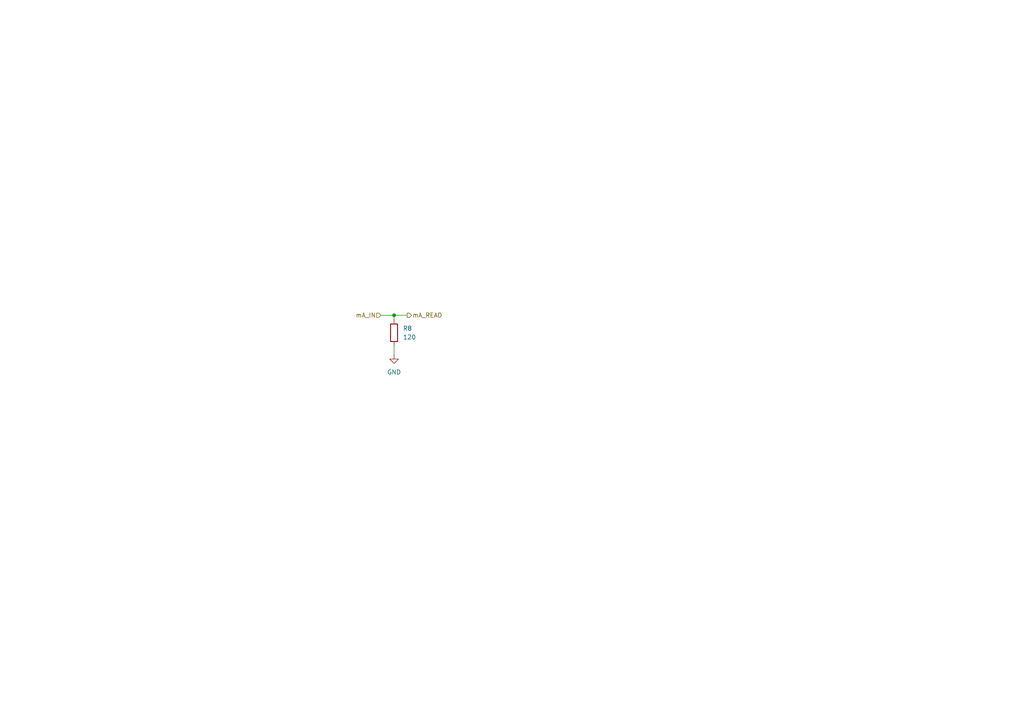
<source format=kicad_sch>
(kicad_sch (version 20250114) (generator "eeschema") (generator_version "9.0")
  (paper "A4")
  (lib_symbols
    (symbol "Device:R" (pin_numbers (hide yes)) (pin_names (offset 0))
      (property "Reference" "R" (at 2.032 0 90))
      (property "Value" "R" (at 0 0 90))
      (symbol "R_0_1"
        (rectangle (start -1.016 -2.54) (end 1.016 2.54) (stroke (width 0.254)))
      )
      (symbol "R_1_1"
        (pin passive line (at 0 3.81 270) (length 1.27) (name "~") (number "1"))
        (pin passive line (at 0 -3.81 90) (length 1.27) (name "~") (number "2"))
      )
    )
    (symbol "power:GND" (power) (pin_numbers (hide yes)) (pin_names (offset 0) (hide yes))
      (property "Value" "GND" (at 0 -3.81 0))
      (symbol "GND_0_1"
        (polyline (pts (xy 0 0) (xy 0 -1.27) (xy 1.27 -1.27) (xy 0 -2.54) (xy -1.27 -1.27) (xy 0 -1.27)))
      )
      (symbol "GND_1_1"
        (pin power_in line (at 0 0 270) (length 0) (name "~") (number "1"))
      )
    )
  )
  (junction (at 114.3 91.44))
  (wire (pts (xy 114.3 91.44) (xy 114.3 92.71)))
  (wire (pts (xy 110.49 91.44) (xy 114.3 91.44)))
  (wire (pts (xy 114.3 91.44) (xy 118.11 91.44)))
  (wire (pts (xy 114.3 100.33) (xy 114.3 102.87)))
  (hierarchical_label "mA_IN" (shape input) (at 110.49 91.44 180))
  (hierarchical_label "mA_READ" (shape output) (at 118.11 91.44 0))
  (symbol (lib_id "Device:R") (at 114.3 96.52 180) (unit 1)
    (property "Reference" "R8" (at 116.84 95.2499 0) (effects (justify right)))
    (property "Value" "120" (at 116.84 97.7899 0) (effects (justify right)))
    (property "Description" "Resistor" (effects (hide yes)))
    (property "Tolerance" "0.1-1%" (effects (hide yes)))
  )
  (symbol (lib_id "power:GND") (at 114.3 102.87 0) (unit 1)
    (property "Reference" "#PWR029" (effects (hide yes)))
    (property "Value" "GND" (at 114.3 107.95 0))
    (property "Description" "Power symbol creates a global label with name \"GND\" , ground" (effects (hide yes)))
  )
)
</source>
